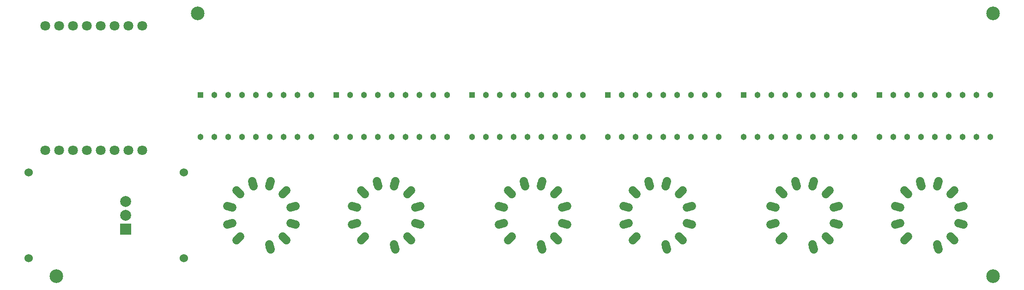
<source format=gbr>
G04 #@! TF.GenerationSoftware,KiCad,Pcbnew,(5.1.4)-1*
G04 #@! TF.CreationDate,2020-02-10T21:29:40-05:00*
G04 #@! TF.ProjectId,xmas,786d6173-2e6b-4696-9361-645f70636258,rev?*
G04 #@! TF.SameCoordinates,Original*
G04 #@! TF.FileFunction,Soldermask,Bot*
G04 #@! TF.FilePolarity,Negative*
%FSLAX46Y46*%
G04 Gerber Fmt 4.6, Leading zero omitted, Abs format (unit mm)*
G04 Created by KiCad (PCBNEW (5.1.4)-1) date 2020-02-10 21:29:40*
%MOMM*%
%LPD*%
G04 APERTURE LIST*
%ADD10C,2.500000*%
%ADD11C,1.524000*%
%ADD12C,1.524000*%
%ADD13C,1.800000*%
%ADD14C,1.133000*%
%ADD15R,1.133000X1.133000*%
%ADD16R,2.000000X2.000000*%
%ADD17C,2.000000*%
G04 APERTURE END LIST*
D10*
X50800000Y-54356000D03*
X196596000Y-54356000D03*
X196596000Y-102616000D03*
X24892000Y-102616000D03*
D11*
X136680914Y-97235555D03*
D12*
X136807218Y-97706927D02*
X136554610Y-96764183D01*
D11*
X139370640Y-95682641D03*
D12*
X139715708Y-96027709D02*
X139025572Y-95337573D01*
D11*
X140923555Y-92992915D03*
D12*
X141394927Y-93119219D02*
X140452183Y-92866611D01*
D11*
X140923555Y-89887086D03*
D12*
X141394927Y-89760782D02*
X140452183Y-90013390D01*
D11*
X139370641Y-87197360D03*
D12*
X139715709Y-86852292D02*
X139025573Y-87542428D01*
D11*
X136680915Y-85644445D03*
D12*
X136807219Y-85173073D02*
X136554611Y-86115817D01*
D11*
X133575086Y-85644445D03*
D12*
X133448782Y-85173073D02*
X133701390Y-86115817D01*
D11*
X130885360Y-87197359D03*
D12*
X130540292Y-86852291D02*
X131230428Y-87542427D01*
D11*
X129332445Y-89887085D03*
D12*
X128861073Y-89760781D02*
X129803817Y-90013389D01*
D11*
X129332445Y-92992914D03*
D12*
X128861073Y-93119218D02*
X129803817Y-92866610D01*
D11*
X130885359Y-95682640D03*
D12*
X130540291Y-96027708D02*
X131230427Y-95337572D01*
D11*
X163604914Y-97235555D03*
D12*
X163731218Y-97706927D02*
X163478610Y-96764183D01*
D11*
X166294640Y-95682641D03*
D12*
X166639708Y-96027709D02*
X165949572Y-95337573D01*
D11*
X167847555Y-92992915D03*
D12*
X168318927Y-93119219D02*
X167376183Y-92866611D01*
D11*
X167847555Y-89887086D03*
D12*
X168318927Y-89760782D02*
X167376183Y-90013390D01*
D11*
X166294641Y-87197360D03*
D12*
X166639709Y-86852292D02*
X165949573Y-87542428D01*
D11*
X163604915Y-85644445D03*
D12*
X163731219Y-85173073D02*
X163478611Y-86115817D01*
D11*
X160499086Y-85644445D03*
D12*
X160372782Y-85173073D02*
X160625390Y-86115817D01*
D11*
X157809360Y-87197359D03*
D12*
X157464292Y-86852291D02*
X158154428Y-87542427D01*
D11*
X156256445Y-89887085D03*
D12*
X155785073Y-89760781D02*
X156727817Y-90013389D01*
D11*
X156256445Y-92992914D03*
D12*
X155785073Y-93119218D02*
X156727817Y-92866610D01*
D11*
X157809359Y-95682640D03*
D12*
X157464291Y-96027708D02*
X158154427Y-95337572D01*
D13*
X40640000Y-56642000D03*
X38100000Y-56642000D03*
X35560000Y-56642000D03*
X33020000Y-56642000D03*
X30480000Y-56642000D03*
X27940000Y-56642000D03*
X25400000Y-56642000D03*
X22860000Y-56642000D03*
X22860000Y-79502000D03*
X25400000Y-79502000D03*
X27940000Y-79502000D03*
X30480000Y-79502000D03*
X33020000Y-79502000D03*
X35560000Y-79502000D03*
X38100000Y-79502000D03*
X40640000Y-79502000D03*
D11*
X186464914Y-97235555D03*
D12*
X186591218Y-97706927D02*
X186338610Y-96764183D01*
D11*
X189154640Y-95682641D03*
D12*
X189499708Y-96027709D02*
X188809572Y-95337573D01*
D11*
X190707555Y-92992915D03*
D12*
X191178927Y-93119219D02*
X190236183Y-92866611D01*
D11*
X190707555Y-89887086D03*
D12*
X191178927Y-89760782D02*
X190236183Y-90013390D01*
D11*
X189154641Y-87197360D03*
D12*
X189499709Y-86852292D02*
X188809573Y-87542428D01*
D11*
X186464915Y-85644445D03*
D12*
X186591219Y-85173073D02*
X186338611Y-86115817D01*
D11*
X183359086Y-85644445D03*
D12*
X183232782Y-85173073D02*
X183485390Y-86115817D01*
D11*
X180669360Y-87197359D03*
D12*
X180324292Y-86852291D02*
X181014428Y-87542427D01*
D11*
X179116445Y-89887085D03*
D12*
X178645073Y-89760781D02*
X179587817Y-90013389D01*
D11*
X179116445Y-92992914D03*
D12*
X178645073Y-93119218D02*
X179587817Y-92866610D01*
D11*
X180669359Y-95682640D03*
D12*
X180324291Y-96027708D02*
X181014427Y-95337572D01*
D11*
X113820914Y-97235555D03*
D12*
X113947218Y-97706927D02*
X113694610Y-96764183D01*
D11*
X116510640Y-95682641D03*
D12*
X116855708Y-96027709D02*
X116165572Y-95337573D01*
D11*
X118063555Y-92992915D03*
D12*
X118534927Y-93119219D02*
X117592183Y-92866611D01*
D11*
X118063555Y-89887086D03*
D12*
X118534927Y-89760782D02*
X117592183Y-90013390D01*
D11*
X116510641Y-87197360D03*
D12*
X116855709Y-86852292D02*
X116165573Y-87542428D01*
D11*
X113820915Y-85644445D03*
D12*
X113947219Y-85173073D02*
X113694611Y-86115817D01*
D11*
X110715086Y-85644445D03*
D12*
X110588782Y-85173073D02*
X110841390Y-86115817D01*
D11*
X108025360Y-87197359D03*
D12*
X107680292Y-86852291D02*
X108370428Y-87542427D01*
D11*
X106472445Y-89887085D03*
D12*
X106001073Y-89760781D02*
X106943817Y-90013389D01*
D11*
X106472445Y-92992914D03*
D12*
X106001073Y-93119218D02*
X106943817Y-92866610D01*
D11*
X108025359Y-95682640D03*
D12*
X107680291Y-96027708D02*
X108370427Y-95337572D01*
D11*
X86896914Y-97235555D03*
D12*
X87023218Y-97706927D02*
X86770610Y-96764183D01*
D11*
X89586640Y-95682641D03*
D12*
X89931708Y-96027709D02*
X89241572Y-95337573D01*
D11*
X91139555Y-92992915D03*
D12*
X91610927Y-93119219D02*
X90668183Y-92866611D01*
D11*
X91139555Y-89887086D03*
D12*
X91610927Y-89760782D02*
X90668183Y-90013390D01*
D11*
X89586641Y-87197360D03*
D12*
X89931709Y-86852292D02*
X89241573Y-87542428D01*
D11*
X86896915Y-85644445D03*
D12*
X87023219Y-85173073D02*
X86770611Y-86115817D01*
D11*
X83791086Y-85644445D03*
D12*
X83664782Y-85173073D02*
X83917390Y-86115817D01*
D11*
X81101360Y-87197359D03*
D12*
X80756292Y-86852291D02*
X81446428Y-87542427D01*
D11*
X79548445Y-89887085D03*
D12*
X79077073Y-89760781D02*
X80019817Y-90013389D01*
D11*
X79548445Y-92992914D03*
D12*
X79077073Y-93119218D02*
X80019817Y-92866610D01*
D11*
X81101359Y-95682640D03*
D12*
X80756291Y-96027708D02*
X81446427Y-95337572D01*
D11*
X64036914Y-97235555D03*
D12*
X64163218Y-97706927D02*
X63910610Y-96764183D01*
D11*
X66726640Y-95682641D03*
D12*
X67071708Y-96027709D02*
X66381572Y-95337573D01*
D11*
X68279555Y-92992915D03*
D12*
X68750927Y-93119219D02*
X67808183Y-92866611D01*
D11*
X68279555Y-89887086D03*
D12*
X68750927Y-89760782D02*
X67808183Y-90013390D01*
D11*
X66726641Y-87197360D03*
D12*
X67071709Y-86852292D02*
X66381573Y-87542428D01*
D11*
X64036915Y-85644445D03*
D12*
X64163219Y-85173073D02*
X63910611Y-86115817D01*
D11*
X60931086Y-85644445D03*
D12*
X60804782Y-85173073D02*
X61057390Y-86115817D01*
D11*
X58241360Y-87197359D03*
D12*
X57896292Y-86852291D02*
X58586428Y-87542427D01*
D11*
X56688445Y-89887085D03*
D12*
X56217073Y-89760781D02*
X57159817Y-90013389D01*
D11*
X56688445Y-92992914D03*
D12*
X56217073Y-93119218D02*
X57159817Y-92866610D01*
D11*
X58241359Y-95682640D03*
D12*
X57896291Y-96027708D02*
X58586427Y-95337572D01*
D14*
X51308000Y-77018000D03*
X53848000Y-77018000D03*
X56388000Y-77018000D03*
X58928000Y-77018000D03*
X61468000Y-77018000D03*
X64008000Y-77018000D03*
X66548000Y-77018000D03*
X69088000Y-77018000D03*
X71628000Y-77018000D03*
X71628000Y-69286000D03*
X69088000Y-69286000D03*
X66548000Y-69286000D03*
X64008000Y-69286000D03*
X61468000Y-69286000D03*
X58928000Y-69286000D03*
X56388000Y-69286000D03*
X53848000Y-69286000D03*
D15*
X51308000Y-69286000D03*
X76200000Y-69286000D03*
D14*
X78740000Y-69286000D03*
X81280000Y-69286000D03*
X83820000Y-69286000D03*
X86360000Y-69286000D03*
X88900000Y-69286000D03*
X91440000Y-69286000D03*
X93980000Y-69286000D03*
X96520000Y-69286000D03*
X96520000Y-77018000D03*
X93980000Y-77018000D03*
X91440000Y-77018000D03*
X88900000Y-77018000D03*
X86360000Y-77018000D03*
X83820000Y-77018000D03*
X81280000Y-77018000D03*
X78740000Y-77018000D03*
X76200000Y-77018000D03*
X101092000Y-77018000D03*
X103632000Y-77018000D03*
X106172000Y-77018000D03*
X108712000Y-77018000D03*
X111252000Y-77018000D03*
X113792000Y-77018000D03*
X116332000Y-77018000D03*
X118872000Y-77018000D03*
X121412000Y-77018000D03*
X121412000Y-69286000D03*
X118872000Y-69286000D03*
X116332000Y-69286000D03*
X113792000Y-69286000D03*
X111252000Y-69286000D03*
X108712000Y-69286000D03*
X106172000Y-69286000D03*
X103632000Y-69286000D03*
D15*
X101092000Y-69286000D03*
X125984000Y-69286000D03*
D14*
X128524000Y-69286000D03*
X131064000Y-69286000D03*
X133604000Y-69286000D03*
X136144000Y-69286000D03*
X138684000Y-69286000D03*
X141224000Y-69286000D03*
X143764000Y-69286000D03*
X146304000Y-69286000D03*
X146304000Y-77018000D03*
X143764000Y-77018000D03*
X141224000Y-77018000D03*
X138684000Y-77018000D03*
X136144000Y-77018000D03*
X133604000Y-77018000D03*
X131064000Y-77018000D03*
X128524000Y-77018000D03*
X125984000Y-77018000D03*
D15*
X150876000Y-69286000D03*
D14*
X153416000Y-69286000D03*
X155956000Y-69286000D03*
X158496000Y-69286000D03*
X161036000Y-69286000D03*
X163576000Y-69286000D03*
X166116000Y-69286000D03*
X168656000Y-69286000D03*
X171196000Y-69286000D03*
X171196000Y-77018000D03*
X168656000Y-77018000D03*
X166116000Y-77018000D03*
X163576000Y-77018000D03*
X161036000Y-77018000D03*
X158496000Y-77018000D03*
X155956000Y-77018000D03*
X153416000Y-77018000D03*
X150876000Y-77018000D03*
X175768000Y-77018000D03*
X178308000Y-77018000D03*
X180848000Y-77018000D03*
X183388000Y-77018000D03*
X185928000Y-77018000D03*
X188468000Y-77018000D03*
X191008000Y-77018000D03*
X193548000Y-77018000D03*
X196088000Y-77018000D03*
X196088000Y-69286000D03*
X193548000Y-69286000D03*
X191008000Y-69286000D03*
X188468000Y-69286000D03*
X185928000Y-69286000D03*
X183388000Y-69286000D03*
X180848000Y-69286000D03*
X178308000Y-69286000D03*
D15*
X175768000Y-69286000D03*
D16*
X37592000Y-93980000D03*
D17*
X37592000Y-91440000D03*
X37592000Y-88900000D03*
D11*
X19812000Y-99314000D03*
X19812000Y-83566000D03*
X48260000Y-99314000D03*
X48260000Y-83566000D03*
M02*

</source>
